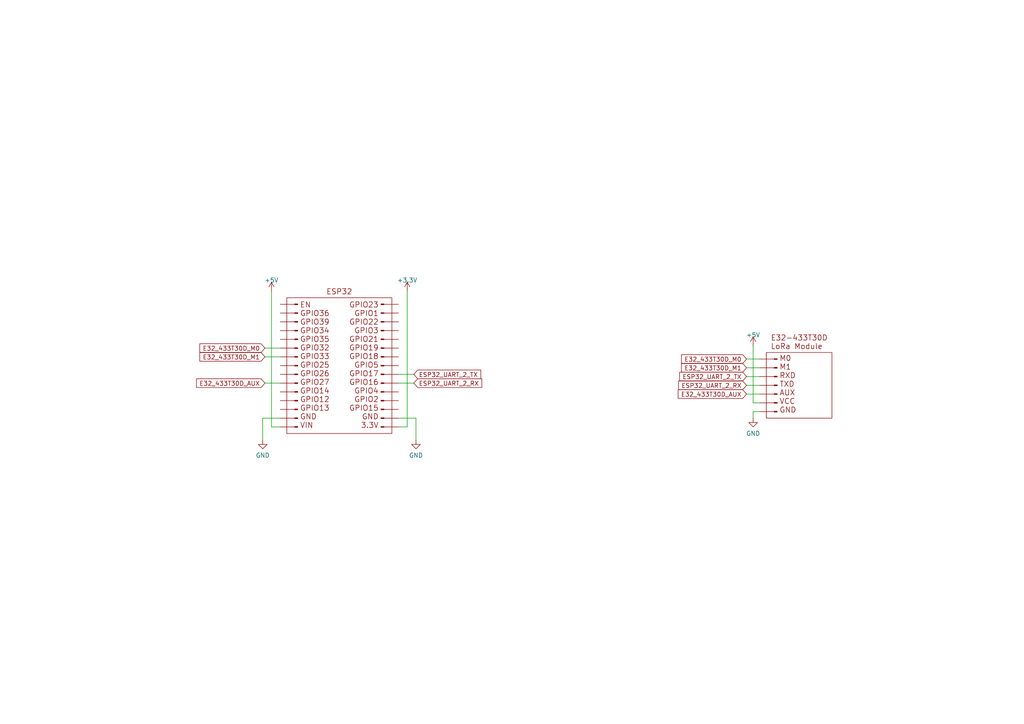
<source format=kicad_sch>
(kicad_sch (version 20230121) (generator eeschema)
  (paper "A4")
  (lib_symbols
    (symbol "Connector:Conn_01x07_Pin" (pin_numbers hide) (pin_names (offset 1.016) hide)
      (property "Reference" "J" (at 0 10.16 0))
      (property "Value" "Conn_01x07_Pin" (at 0 -10.16 0))
      (symbol "Conn_01x07_Pin_1_1"
        (polyline (pts (xy 1.27 -7.62) (xy 0.8636 -7.62)) (stroke (width 0.1524)))
        (polyline (pts (xy 1.27 -5.08) (xy 0.8636 -5.08)) (stroke (width 0.1524)))
        (polyline (pts (xy 1.27 -2.54) (xy 0.8636 -2.54)) (stroke (width 0.1524)))
        (polyline (pts (xy 1.27 0) (xy 0.8636 0)) (stroke (width 0.1524)))
        (polyline (pts (xy 1.27 2.54) (xy 0.8636 2.54)) (stroke (width 0.1524)))
        (polyline (pts (xy 1.27 5.08) (xy 0.8636 5.08)) (stroke (width 0.1524)))
        (polyline (pts (xy 1.27 7.62) (xy 0.8636 7.62)) (stroke (width 0.1524)))
        (rectangle (start 0.8636 -7.493) (end 0 -7.747) (stroke (width 0.1524)) (fill (type outline)))
        (rectangle (start 0.8636 -4.953) (end 0 -5.207) (stroke (width 0.1524)) (fill (type outline)))
        (rectangle (start 0.8636 -2.413) (end 0 -2.667) (stroke (width 0.1524)) (fill (type outline)))
        (rectangle (start 0.8636 0.127) (end 0 -0.127) (stroke (width 0.1524)) (fill (type outline)))
        (rectangle (start 0.8636 2.667) (end 0 2.413) (stroke (width 0.1524)) (fill (type outline)))
        (rectangle (start 0.8636 5.207) (end 0 4.953) (stroke (width 0.1524)) (fill (type outline)))
        (rectangle (start 0.8636 7.747) (end 0 7.493) (stroke (width 0.1524)) (fill (type outline)))
        (pin passive line (at 5.08 7.62 180) (length 3.81) (name "Pin_1") (number "1"))
        (pin passive line (at 5.08 5.08 180) (length 3.81) (name "Pin_2") (number "2"))
        (pin passive line (at 5.08 2.54 180) (length 3.81) (name "Pin_3") (number "3"))
        (pin passive line (at 5.08 0 180) (length 3.81) (name "Pin_4") (number "4"))
        (pin passive line (at 5.08 -2.54 180) (length 3.81) (name "Pin_5") (number "5"))
        (pin passive line (at 5.08 -5.08 180) (length 3.81) (name "Pin_6") (number "6"))
        (pin passive line (at 5.08 -7.62 180) (length 3.81) (name "Pin_7") (number "7"))
      )
    )
    (symbol "Connector:Conn_01x15_Pin" (pin_numbers hide) (pin_names (offset 1.016) hide)
      (property "Reference" "J" (at 0 20.32 0))
      (property "Value" "Conn_01x15_Pin" (at 0 -20.32 0))
      (symbol "Conn_01x15_Pin_1_1"
        (polyline (pts (xy 1.27 -17.78) (xy 0.8636 -17.78)) (stroke (width 0.1524)))
        (polyline (pts (xy 1.27 -15.24) (xy 0.8636 -15.24)) (stroke (width 0.1524)))
        (polyline (pts (xy 1.27 -12.7) (xy 0.8636 -12.7)) (stroke (width 0.1524)))
        (polyline (pts (xy 1.27 -10.16) (xy 0.8636 -10.16)) (stroke (width 0.1524)))
        (polyline (pts (xy 1.27 -7.62) (xy 0.8636 -7.62)) (stroke (width 0.1524)))
        (polyline (pts (xy 1.27 -5.08) (xy 0.8636 -5.08)) (stroke (width 0.1524)))
        (polyline (pts (xy 1.27 -2.54) (xy 0.8636 -2.54)) (stroke (width 0.1524)))
        (polyline (pts (xy 1.27 0) (xy 0.8636 0)) (stroke (width 0.1524)))
        (polyline (pts (xy 1.27 2.54) (xy 0.8636 2.54)) (stroke (width 0.1524)))
        (polyline (pts (xy 1.27 5.08) (xy 0.8636 5.08)) (stroke (width 0.1524)))
        (polyline (pts (xy 1.27 7.62) (xy 0.8636 7.62)) (stroke (width 0.1524)))
        (polyline (pts (xy 1.27 10.16) (xy 0.8636 10.16)) (stroke (width 0.1524)))
        (polyline (pts (xy 1.27 12.7) (xy 0.8636 12.7)) (stroke (width 0.1524)))
        (polyline (pts (xy 1.27 15.24) (xy 0.8636 15.24)) (stroke (width 0.1524)))
        (polyline (pts (xy 1.27 17.78) (xy 0.8636 17.78)) (stroke (width 0.1524)))
        (rectangle (start 0.8636 -17.653) (end 0 -17.907) (stroke (width 0.1524)) (fill (type outline)))
        (rectangle (start 0.8636 -15.113) (end 0 -15.367) (stroke (width 0.1524)) (fill (type outline)))
        (rectangle (start 0.8636 -12.573) (end 0 -12.827) (stroke (width 0.1524)) (fill (type outline)))
        (rectangle (start 0.8636 -10.033) (end 0 -10.287) (stroke (width 0.1524)) (fill (type outline)))
        (rectangle (start 0.8636 -7.493) (end 0 -7.747) (stroke (width 0.1524)) (fill (type outline)))
        (rectangle (start 0.8636 -4.953) (end 0 -5.207) (stroke (width 0.1524)) (fill (type outline)))
        (rectangle (start 0.8636 -2.413) (end 0 -2.667) (stroke (width 0.1524)) (fill (type outline)))
        (rectangle (start 0.8636 0.127) (end 0 -0.127) (stroke (width 0.1524)) (fill (type outline)))
        (rectangle (start 0.8636 2.667) (end 0 2.413) (stroke (width 0.1524)) (fill (type outline)))
        (rectangle (start 0.8636 5.207) (end 0 4.953) (stroke (width 0.1524)) (fill (type outline)))
        (rectangle (start 0.8636 7.747) (end 0 7.493) (stroke (width 0.1524)) (fill (type outline)))
        (rectangle (start 0.8636 10.287) (end 0 10.033) (stroke (width 0.1524)) (fill (type outline)))
        (rectangle (start 0.8636 12.827) (end 0 12.573) (stroke (width 0.1524)) (fill (type outline)))
        (rectangle (start 0.8636 15.367) (end 0 15.113) (stroke (width 0.1524)) (fill (type outline)))
        (rectangle (start 0.8636 17.907) (end 0 17.653) (stroke (width 0.1524)) (fill (type outline)))
        (pin passive line (at 5.08 17.78 180) (length 3.81) (name "Pin_1") (number "1"))
        (pin passive line (at 5.08 -5.08 180) (length 3.81) (name "Pin_10") (number "10"))
        (pin passive line (at 5.08 -7.62 180) (length 3.81) (name "Pin_11") (number "11"))
        (pin passive line (at 5.08 -10.16 180) (length 3.81) (name "Pin_12") (number "12"))
        (pin passive line (at 5.08 -12.7 180) (length 3.81) (name "Pin_13") (number "13"))
        (pin passive line (at 5.08 -15.24 180) (length 3.81) (name "Pin_14") (number "14"))
        (pin passive line (at 5.08 -17.78 180) (length 3.81) (name "Pin_15") (number "15"))
        (pin passive line (at 5.08 15.24 180) (length 3.81) (name "Pin_2") (number "2"))
        (pin passive line (at 5.08 12.7 180) (length 3.81) (name "Pin_3") (number "3"))
        (pin passive line (at 5.08 10.16 180) (length 3.81) (name "Pin_4") (number "4"))
        (pin passive line (at 5.08 7.62 180) (length 3.81) (name "Pin_5") (number "5"))
        (pin passive line (at 5.08 5.08 180) (length 3.81) (name "Pin_6") (number "6"))
        (pin passive line (at 5.08 2.54 180) (length 3.81) (name "Pin_7") (number "7"))
        (pin passive line (at 5.08 0 180) (length 3.81) (name "Pin_8") (number "8"))
        (pin passive line (at 5.08 -2.54 180) (length 3.81) (name "Pin_9") (number "9"))
      )
    )
    (symbol "power:+3.3V" (power) (pin_names (offset 0))
      (property "Value" "+3.3V" (at 0 3.556 0))
      (symbol "+3.3V_0_1"
        (polyline (pts (xy -0.762 1.27) (xy 0 2.54)))
        (polyline (pts (xy 0 0) (xy 0 2.54)))
        (polyline (pts (xy 0 2.54) (xy 0.762 1.27)))
      )
      (symbol "+3.3V_1_1"
        (pin power_in line (at 0 0 90) (length 0) hide (name "+3.3V") (number "1"))
      )
    )
    (symbol "power:+5V" (power) (pin_names (offset 0))
      (property "Value" "+5V" (at 0 3.556 0))
      (symbol "+5V_0_1"
        (polyline (pts (xy -0.762 1.27) (xy 0 2.54)))
        (polyline (pts (xy 0 0) (xy 0 2.54)))
        (polyline (pts (xy 0 2.54) (xy 0.762 1.27)))
      )
      (symbol "+5V_1_1"
        (pin power_in line (at 0 0 90) (length 0) hide (name "+5V") (number "1"))
      )
    )
    (symbol "power:GND" (power) (pin_names (offset 0))
      (property "Value" "GND" (at 0 -3.81 0))
      (symbol "GND_0_1"
        (polyline (pts (xy 0 0) (xy 0 -1.27) (xy 1.27 -1.27) (xy 0 -2.54) (xy -1.27 -1.27) (xy 0 -1.27)))
      )
      (symbol "GND_1_1"
        (pin power_in line (at 0 0 270) (length 0) hide (name "GND") (number "1"))
      )
    )
  )
  (wire (pts (xy 76.835 111.125) (xy 81.28 111.125)))
  (wire (pts (xy 218.44 100.33) (xy 218.44 116.84)))
  (wire (pts (xy 76.835 103.505) (xy 81.28 103.505)))
  (wire (pts (xy 218.44 121.285) (xy 218.44 119.38)))
  (wire (pts (xy 76.835 100.965) (xy 81.28 100.965)))
  (wire (pts (xy 118.11 123.825) (xy 118.11 84.455)))
  (wire (pts (xy 81.28 123.825) (xy 78.74 123.825)))
  (wire (pts (xy 216.535 114.3) (xy 220.345 114.3)))
  (wire (pts (xy 216.535 104.14) (xy 220.345 104.14)))
  (wire (pts (xy 81.28 121.285) (xy 76.2 121.285)))
  (wire (pts (xy 115.57 121.285) (xy 120.65 121.285)))
  (wire (pts (xy 216.535 111.76) (xy 220.345 111.76)))
  (wire (pts (xy 120.65 121.285) (xy 120.65 127.635)))
  (wire (pts (xy 218.44 116.84) (xy 220.345 116.84)))
  (wire (pts (xy 216.535 109.22) (xy 220.345 109.22)))
  (wire (pts (xy 218.44 119.38) (xy 220.345 119.38)))
  (wire (pts (xy 216.535 106.68) (xy 220.345 106.68)))
  (wire (pts (xy 78.74 123.825) (xy 78.74 84.455)))
  (wire (pts (xy 115.57 123.825) (xy 118.11 123.825)))
  (wire (pts (xy 115.57 108.585) (xy 120.015 108.585)))
  (wire (pts (xy 76.2 121.285) (xy 76.2 127.635)))
  (wire (pts (xy 115.57 111.125) (xy 120.015 111.125)))
  (rectangle (start 222.25 102.235) (end 241.3 121.285) (stroke (width 0) (color 132 0 0 1)))
  (rectangle (start 83.185 86.36) (end 113.665 125.73) (stroke (width 0) (color 132 0 0 1)))
  (text "ESP32" (at 94.615 85.725 0) (effects (font (size 1.55 1.55)) (justify left bottom)))
  (text "GPIO23\nGPIO1\nGPIO22\nGPIO3\nGPIO21\nGPIO19\nGPIO18\nGPIO5\nGPIO17\nGPIO16\nGPIO4\nGPIO2\nGPIO15\nGND\n3.3V" (at 109.855 124.46 0) (effects (font (size 1.55 1.55)) (justify right bottom)))
  (text "EN\nGPIO36\nGPIO39\nGPIO34\nGPIO35\nGPIO32\nGPIO33\nGPIO25\nGPIO26\nGPIO27\nGPIO14\nGPIO12\nGPIO13\nGND\nVIN" (at 86.995 124.46 0) (effects (font (size 1.55 1.55)) (justify left bottom)))
  (text "M0\nM1\nRXD\nTXD\nAUX\nVCC\nGND" (at 226.06 120.015 0) (effects (font (size 1.55 1.55)) (justify left bottom)))
  (text "E32-433T30D\nLoRa Module" (at 223.52 101.6 0) (effects (font (size 1.55 1.55)) (justify left bottom)))
  (global_label "E32_433T30D_AUX" (shape input) (at 76.835 111.125 180) (property "Intersheetrefs" "${INTERSHEET_REFS}" (effects hide)))
  (global_label "ESP32_UART_2_RX" (shape input) (at 216.535 111.76 180) (property "Intersheetrefs" "${INTERSHEET_REFS}" (effects hide)))
  (global_label "E32_433T30D_M0" (shape input) (at 76.835 100.965 180) (property "Intersheetrefs" "${INTERSHEET_REFS}" (effects hide)))
  (global_label "E32_433T30D_AUX" (shape input) (at 216.535 114.3 180) (property "Intersheetrefs" "${INTERSHEET_REFS}" (effects hide)))
  (global_label "E32_433T30D_M1" (shape input) (at 76.835 103.505 180) (property "Intersheetrefs" "${INTERSHEET_REFS}" (effects hide)))
  (global_label "ESP32_UART_2_TX" (shape input) (at 120.015 108.585 0) (property "Intersheetrefs" "${INTERSHEET_REFS}" (effects hide)))
  (global_label "E32_433T30D_M0" (shape input) (at 216.535 104.14 180) (property "Intersheetrefs" "${INTERSHEET_REFS}" (effects hide)))
  (global_label "ESP32_UART_2_RX" (shape input) (at 120.015 111.125 0) (property "Intersheetrefs" "${INTERSHEET_REFS}" (effects hide)))
  (global_label "ESP32_UART_2_TX" (shape input) (at 216.535 109.22 180) (property "Intersheetrefs" "${INTERSHEET_REFS}" (effects hide)))
  (global_label "E32_433T30D_M1" (shape input) (at 216.535 106.68 180) (property "Intersheetrefs" "${INTERSHEET_REFS}" (effects hide)))
  (symbol (lib_id "power:GND") (at 218.44 121.285 0) (unit 1)
    (property "Reference" "#PWR018" (effects hide))
    (property "Value" "GND" (at 218.44 125.73 0))
  )
  (symbol (lib_id "power:GND") (at 76.2 127.635 0) (unit 1)
    (property "Reference" "#PWR010" (effects hide))
    (property "Value" "GND" (at 76.2 132.08 0))
  )
  (symbol (lib_id "power:+5V") (at 218.44 100.33 0) (unit 1)
    (property "Reference" "#PWR017" (effects hide))
    (property "Value" "+5V" (at 218.44 97.155 0))
  )
  (symbol (lib_id "Connector:Conn_01x15_Pin") (at 110.49 106.045 0) (unit 1)
    (property "Reference" "J11" (effects hide))
    (property "Value" "Conn_01x15_Pin" (effects hide))
  )
  (symbol (lib_id "power:GND") (at 120.65 127.635 0) (unit 1)
    (property "Reference" "#PWR08" (effects hide))
    (property "Value" "GND" (at 120.65 132.08 0))
  )
  (symbol (lib_id "Connector:Conn_01x07_Pin") (at 225.425 111.76 180) (unit 1)
    (property "Reference" "J4" (effects hide))
    (property "Value" "Conn_01x07_Pin" (effects hide))
  )
  (symbol (lib_id "power:+3.3V") (at 118.11 84.455 0) (unit 1)
    (property "Reference" "#PWR07" (effects hide))
    (property "Value" "+3.3V" (at 118.11 81.28 0))
  )
  (symbol (lib_id "Connector:Conn_01x15_Pin") (at 86.36 106.045 180) (unit 1)
    (property "Reference" "J12" (effects hide))
    (property "Value" "Conn_01x15_Pin" (effects hide))
  )
  (symbol (lib_id "power:+5V") (at 78.74 84.455 0) (unit 1)
    (property "Reference" "#PWR09" (effects hide))
    (property "Value" "+5V" (at 78.74 81.28 0))
  )
)
</source>
